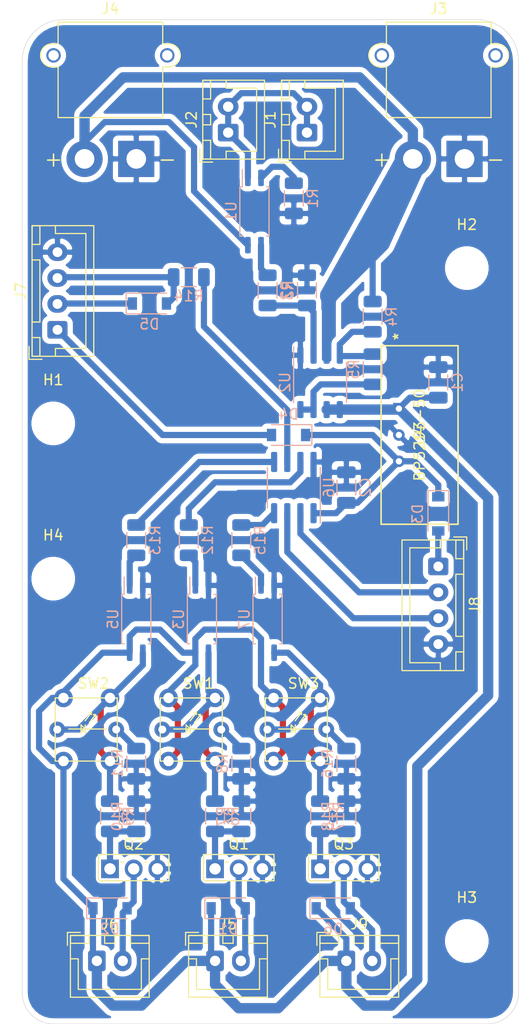
<source format=kicad_pcb>
(kicad_pcb (version 20171130) (host pcbnew "(5.1.10)-1")
  (layers (0 F.Cu signal) (31 B.Cu signal) (34 B.Paste user) (35 F.Paste user) (36 B.SilkS user) (37 F.SilkS user) (38 B.Mask user) (39 F.Mask user) (44 Edge.Cuts user))
  (net 0 "")
  (net 1 GND)
  (net 2 /24Vout)
  (net 3 +5V)
  (net 4 "Net-(D1-Pad2)")
  (net 5 "Net-(D2-Pad2)")
  (net 6 "Net-(D3-Pad2)")
  (net 7 "Net-(D4-Pad2)")
  (net 8 "Net-(D5-Pad2)")
  (net 9 "Net-(D5-Pad1)")
  (net 10 "Net-(D6-Pad2)")
  (net 11 "Net-(J1-Pad1)")
  (net 12 +24V)
  (net 13 /Rx)
  (net 14 /Tx)
  (net 15 "Net-(Q1-Pad1)")
  (net 16 "Net-(Q2-Pad1)")
  (net 17 "Net-(Q3-Pad1)")
  (net 18 "Net-(R1-Pad2)")
  (net 19 "Net-(R2-Pad2)")
  (net 20 "Net-(R2-Pad1)")
  (net 21 "Net-(R4-Pad1)")
  (net 22 /nDrain)
  (net 23 "Net-(R6-Pad2)")
  (net 24 "Net-(R8-Pad1)")
  (net 25 "Net-(R9-Pad2)")
  (net 26 "Net-(R11-Pad1)")
  (net 27 "Net-(R12-Pad2)")
  (net 28 /Solenoid2-PA3)
  (net 29 "Net-(R13-Pad2)")
  (net 30 /Solenoid1-PA2)
  (net 31 "Net-(R14-Pad2)")
  (net 32 "Net-(R15-Pad2)")
  (net 33 /Solenoid0-PA1)
  (net 34 "Net-(R16-Pad1)")
  (net 35 "Net-(R17-Pad2)")
  (module Package_SO:SOIC-4_4.55x2.6mm_P1.27mm (layer B.Cu) (at 125.73 88.9 270)
    (fp_text reference U7 (at 0 2.25 90) (layer B.SilkS) (effects (justify mirror)))
    (fp_text value TLP291)
    (pad 4 smd roundrect (at 3.25 0.635 270) (size 1.6 0.55) (layers B.Cu B.Paste B.Mask) (net 2 /24Vout))
    (pad 3 smd roundrect (at 3.25 -0.635 270) (size 1.6 0.55) (layers B.Cu B.Paste B.Mask) (net 35 "Net-(R17-Pad2)"))
    (pad 2 smd roundrect (at -3.25 -0.635 270) (size 1.6 0.55) (layers B.Cu B.Paste B.Mask) (net 1 GND))
    (pad 1 smd roundrect (at -3.25 0.635 270) (size 1.6 0.55) (layers B.Cu B.Paste B.Mask) (net 33 /Solenoid0-PA1))
  )
  (module Package_SO:SOIC-8_3.9x4.9mm_P1.27mm (layer B.Cu) (at 128.27 76.2 90)
    (fp_text reference U6 (at 0 3.4 90) (layer B.SilkS) (effects (justify mirror)))
    (fp_text value ATtiny202-SS)
    (pad 8 smd roundrect (at 2.475 1.905 90) (size 1.95 0.6) (layers B.Cu B.Paste B.Mask) (net 1 GND))
    (pad 7 smd roundrect (at 2.475 0.635 90) (size 1.95 0.6) (layers B.Cu B.Paste B.Mask) (net 27 "Net-(R12-Pad2)"))
    (pad 6 smd roundrect (at 2.475 -0.635 90) (size 1.95 0.6) (layers B.Cu B.Paste B.Mask) (net 31 "Net-(R14-Pad2)"))
    (pad 5 smd roundrect (at 2.475 -1.905 90) (size 1.95 0.6) (layers B.Cu B.Paste B.Mask) (net 29 "Net-(R13-Pad2)"))
    (pad 4 smd roundrect (at -2.475 -1.905 90) (size 1.95 0.6) (layers B.Cu B.Paste B.Mask) (net 32 "Net-(R15-Pad2)"))
    (pad 3 smd roundrect (at -2.475 -0.635 90) (size 1.95 0.6) (layers B.Cu B.Paste B.Mask) (net 13 /Rx))
    (pad 2 smd roundrect (at -2.475 0.635 90) (size 1.95 0.6) (layers B.Cu B.Paste B.Mask) (net 14 /Tx))
    (pad 1 smd roundrect (at -2.475 1.905 90) (size 1.95 0.6) (layers B.Cu B.Paste B.Mask) (net 3 +5V))
  )
  (module Package_SO:SOIC-4_4.55x2.6mm_P1.27mm (layer B.Cu) (at 113.03 88.9 270)
    (fp_text reference U5 (at 0 2.25 90) (layer B.SilkS) (effects (justify mirror)))
    (fp_text value TLP291)
    (pad 4 smd roundrect (at 3.25 0.635 270) (size 1.6 0.55) (layers B.Cu B.Paste B.Mask) (net 2 /24Vout))
    (pad 3 smd roundrect (at 3.25 -0.635 270) (size 1.6 0.55) (layers B.Cu B.Paste B.Mask) (net 25 "Net-(R9-Pad2)"))
    (pad 2 smd roundrect (at -3.25 -0.635 270) (size 1.6 0.55) (layers B.Cu B.Paste B.Mask) (net 1 GND))
    (pad 1 smd roundrect (at -3.25 0.635 270) (size 1.6 0.55) (layers B.Cu B.Paste B.Mask) (net 30 /Solenoid1-PA2))
  )
  (module BP5293:BP5293-50 (layer F.Cu) (at 138.43 68.58 270)
    (fp_text reference U4 (at 2.54 -2 90) (layer F.SilkS))
    (fp_text value BP5293-50 (at 2.54 -2 90) (layer F.SilkS))
    (fp_text user * (at -6.9723 0 90) (layer F.SilkS))
    (pad 3 thru_hole circle (at 5.08 0 270) (size 1.1176 1.1176) (drill 0.6096) (layers *.Cu *.Mask) (net 3 +5V))
    (pad 2 thru_hole circle (at 2.54 0 270) (size 1.1176 1.1176) (drill 0.6096) (layers *.Cu *.Mask) (net 1 GND))
    (pad 1 thru_hole rect (at 0 0 270) (size 1.1176 1.1176) (drill 0.6096) (layers *.Cu *.Mask) (net 2 /24Vout))
  )
  (module Package_SO:SOIC-4_4.55x2.6mm_P1.27mm (layer B.Cu) (at 119.38 88.9 270)
    (fp_text reference U3 (at 0 2.25 90) (layer B.SilkS) (effects (justify mirror)))
    (fp_text value TLP291)
    (pad 4 smd roundrect (at 3.25 0.635 270) (size 1.6 0.55) (layers B.Cu B.Paste B.Mask) (net 2 /24Vout))
    (pad 3 smd roundrect (at 3.25 -0.635 270) (size 1.6 0.55) (layers B.Cu B.Paste B.Mask) (net 23 "Net-(R6-Pad2)"))
    (pad 2 smd roundrect (at -3.25 -0.635 270) (size 1.6 0.55) (layers B.Cu B.Paste B.Mask) (net 1 GND))
    (pad 1 smd roundrect (at -3.25 0.635 270) (size 1.6 0.55) (layers B.Cu B.Paste B.Mask) (net 28 /Solenoid2-PA3))
  )
  (module Package_SO:SOP-8_3.9x4.9mm_P1.27mm (layer B.Cu) (at 130.81 66.04 270)
    (fp_text reference U2 (at 0 3.4 90) (layer B.SilkS) (effects (justify mirror)))
    (fp_text value TPC8408)
    (pad 8 smd roundrect (at 2.625 1.905 270) (size 1.65 0.6) (layers B.Cu B.Paste B.Mask) (net 22 /nDrain))
    (pad 7 smd roundrect (at 2.625 0.635 270) (size 1.65 0.6) (layers B.Cu B.Paste B.Mask) (net 22 /nDrain))
    (pad 6 smd roundrect (at 2.625 -0.635 270) (size 1.65 0.6) (layers B.Cu B.Paste B.Mask) (net 2 /24Vout))
    (pad 5 smd roundrect (at 2.625 -1.905 270) (size 1.65 0.6) (layers B.Cu B.Paste B.Mask) (net 2 /24Vout))
    (pad 4 smd roundrect (at -2.625 -1.905 270) (size 1.65 0.6) (layers B.Cu B.Paste B.Mask) (net 21 "Net-(R4-Pad1)"))
    (pad 3 smd roundrect (at -2.625 -0.635 270) (size 1.65 0.6) (layers B.Cu B.Paste B.Mask) (net 12 +24V))
    (pad 2 smd roundrect (at -2.625 0.635 270) (size 1.65 0.6) (layers B.Cu B.Paste B.Mask) (net 20 "Net-(R2-Pad1)"))
    (pad 1 smd roundrect (at -2.625 1.905 270) (size 1.65 0.6) (layers B.Cu B.Paste B.Mask) (net 1 GND))
  )
  (module Package_SO:SOIC-4_4.55x2.6mm_P1.27mm (layer B.Cu) (at 124.46 49.53 270)
    (fp_text reference U1 (at 0 2.25 90) (layer B.SilkS) (effects (justify mirror)))
    (fp_text value TLP291)
    (pad 4 smd roundrect (at 3.25 0.635 270) (size 1.6 0.55) (layers B.Cu B.Paste B.Mask) (net 12 +24V))
    (pad 3 smd roundrect (at 3.25 -0.635 270) (size 1.6 0.55) (layers B.Cu B.Paste B.Mask) (net 19 "Net-(R2-Pad2)"))
    (pad 2 smd roundrect (at -3.25 -0.635 270) (size 1.6 0.55) (layers B.Cu B.Paste B.Mask) (net 18 "Net-(R1-Pad2)"))
    (pad 1 smd roundrect (at -3.25 0.635 270) (size 1.6 0.55) (layers B.Cu B.Paste B.Mask) (net 11 "Net-(J1-Pad1)"))
  )
  (module footprints:LS601-CR (layer F.Cu) (at 130.81 96.52)
    (fp_text reference SW3 (at -1.6 -1.4) (layer F.SilkS))
    (fp_text value LS601-CR)
    (pad 6 thru_hole circle (at 0.6 3.05) (size 1.524 1.524) (drill 0.762) (layers *.Cu *.Mask) (net 34 "Net-(R16-Pad1)"))
    (pad 5 thru_hole circle (at -5.1 3.05) (size 1.524 1.524) (drill 0.762) (layers *.Cu *.Mask) (net 35 "Net-(R17-Pad2)"))
    (pad 4 thru_hole circle (at -4.5 6.1) (size 1.8 1.8) (drill 1) (layers *.Cu *.Mask) (net 2 /24Vout))
    (pad 3 thru_hole circle (at -4.5 0) (size 1.8 1.8) (drill 1) (layers *.Cu *.Mask) (net 2 /24Vout))
    (pad 2 thru_hole circle (at 0 6.1) (size 1.8 1.8) (drill 1) (layers *.Cu *.Mask) (net 35 "Net-(R17-Pad2)"))
    (pad 1 thru_hole circle (at 0 0) (size 1.8 1.8) (drill 1) (layers *.Cu *.Mask) (net 35 "Net-(R17-Pad2)"))
  )
  (module footprints:LS601-CR (layer F.Cu) (at 110.49 96.52)
    (fp_text reference SW2 (at -1.6 -1.4) (layer F.SilkS))
    (fp_text value LS601-CR)
    (pad 6 thru_hole circle (at 0.6 3.05) (size 1.524 1.524) (drill 0.762) (layers *.Cu *.Mask) (net 26 "Net-(R11-Pad1)"))
    (pad 5 thru_hole circle (at -5.1 3.05) (size 1.524 1.524) (drill 0.762) (layers *.Cu *.Mask) (net 25 "Net-(R9-Pad2)"))
    (pad 4 thru_hole circle (at -4.5 6.1) (size 1.8 1.8) (drill 1) (layers *.Cu *.Mask) (net 2 /24Vout))
    (pad 3 thru_hole circle (at -4.5 0) (size 1.8 1.8) (drill 1) (layers *.Cu *.Mask) (net 2 /24Vout))
    (pad 2 thru_hole circle (at 0 6.1) (size 1.8 1.8) (drill 1) (layers *.Cu *.Mask) (net 25 "Net-(R9-Pad2)"))
    (pad 1 thru_hole circle (at 0 0) (size 1.8 1.8) (drill 1) (layers *.Cu *.Mask) (net 25 "Net-(R9-Pad2)"))
  )
  (module footprints:LS601-CR (layer F.Cu) (at 120.65 96.52)
    (fp_text reference SW1 (at -1.6 -1.4) (layer F.SilkS))
    (fp_text value LS601-CR)
    (pad 6 thru_hole circle (at 0.6 3.05) (size 1.524 1.524) (drill 0.762) (layers *.Cu *.Mask) (net 24 "Net-(R8-Pad1)"))
    (pad 5 thru_hole circle (at -5.1 3.05) (size 1.524 1.524) (drill 0.762) (layers *.Cu *.Mask) (net 23 "Net-(R6-Pad2)"))
    (pad 4 thru_hole circle (at -4.5 6.1) (size 1.8 1.8) (drill 1) (layers *.Cu *.Mask) (net 2 /24Vout))
    (pad 3 thru_hole circle (at -4.5 0) (size 1.8 1.8) (drill 1) (layers *.Cu *.Mask) (net 2 /24Vout))
    (pad 2 thru_hole circle (at 0 6.1) (size 1.8 1.8) (drill 1) (layers *.Cu *.Mask) (net 23 "Net-(R6-Pad2)"))
    (pad 1 thru_hole circle (at 0 0) (size 1.8 1.8) (drill 1) (layers *.Cu *.Mask) (net 23 "Net-(R6-Pad2)"))
  )
  (module Resistor_SMD:R_1206_3216Metric (layer B.Cu) (at 133.35 107.95 270)
    (fp_text reference R18 (at 0 1.82 90) (layer B.SilkS) (effects (justify mirror)))
    (fp_text value 1k)
    (pad 2 smd roundrect (at 1.4625 0 270) (size 1.125 1.75) (layers B.Cu B.Paste B.Mask) (roundrect_rratio 0.2222213333333333) (net 17 "Net-(Q3-Pad1)"))
    (pad 1 smd roundrect (at -1.4625 0 270) (size 1.125 1.75) (layers B.Cu B.Paste B.Mask) (roundrect_rratio 0.2222213333333333) (net 1 GND))
  )
  (module Resistor_SMD:R_1206_3216Metric (layer B.Cu) (at 130.81 107.95 90)
    (fp_text reference R17 (at 0 1.82 90) (layer B.SilkS) (effects (justify mirror)))
    (fp_text value 1k)
    (pad 2 smd roundrect (at 1.4625 0 90) (size 1.125 1.75) (layers B.Cu B.Paste B.Mask) (roundrect_rratio 0.2222213333333333) (net 35 "Net-(R17-Pad2)"))
    (pad 1 smd roundrect (at -1.4625 0 90) (size 1.125 1.75) (layers B.Cu B.Paste B.Mask) (roundrect_rratio 0.2222213333333333) (net 17 "Net-(Q3-Pad1)"))
  )
  (module Resistor_SMD:R_1206_3216Metric (layer B.Cu) (at 133.35 102.87 270)
    (fp_text reference R16 (at 0 1.82 90) (layer B.SilkS) (effects (justify mirror)))
    (fp_text value 1k)
    (pad 2 smd roundrect (at 1.4625 0 270) (size 1.125 1.75) (layers B.Cu B.Paste B.Mask) (roundrect_rratio 0.2222213333333333) (net 1 GND))
    (pad 1 smd roundrect (at -1.4625 0 270) (size 1.125 1.75) (layers B.Cu B.Paste B.Mask) (roundrect_rratio 0.2222213333333333) (net 34 "Net-(R16-Pad1)"))
  )
  (module Resistor_SMD:R_1206_3216Metric (layer B.Cu) (at 123.19 81.28 90)
    (fp_text reference R15 (at 0 1.82 90) (layer B.SilkS) (effects (justify mirror)))
    (fp_text value 1k)
    (pad 2 smd roundrect (at 1.4625 0 90) (size 1.125 1.75) (layers B.Cu B.Paste B.Mask) (roundrect_rratio 0.2222213333333333) (net 32 "Net-(R15-Pad2)"))
    (pad 1 smd roundrect (at -1.4625 0 90) (size 1.125 1.75) (layers B.Cu B.Paste B.Mask) (roundrect_rratio 0.2222213333333333) (net 33 /Solenoid0-PA1))
  )
  (module Resistor_SMD:R_1206_3216Metric (layer B.Cu) (at 118.11 55.88)
    (fp_text reference R14 (at 0 1.82) (layer B.SilkS) (effects (justify mirror)))
    (fp_text value 470)
    (pad 2 smd roundrect (at 1.4625 0) (size 1.125 1.75) (layers B.Cu B.Paste B.Mask) (roundrect_rratio 0.2222213333333333) (net 31 "Net-(R14-Pad2)"))
    (pad 1 smd roundrect (at -1.4625 0) (size 1.125 1.75) (layers B.Cu B.Paste B.Mask) (roundrect_rratio 0.2222213333333333) (net 8 "Net-(D5-Pad2)"))
  )
  (module Resistor_SMD:R_1206_3216Metric (layer B.Cu) (at 113.03 81.28 90)
    (fp_text reference R13 (at 0 1.82 90) (layer B.SilkS) (effects (justify mirror)))
    (fp_text value 1k)
    (pad 2 smd roundrect (at 1.4625 0 90) (size 1.125 1.75) (layers B.Cu B.Paste B.Mask) (roundrect_rratio 0.2222213333333333) (net 29 "Net-(R13-Pad2)"))
    (pad 1 smd roundrect (at -1.4625 0 90) (size 1.125 1.75) (layers B.Cu B.Paste B.Mask) (roundrect_rratio 0.2222213333333333) (net 30 /Solenoid1-PA2))
  )
  (module Resistor_SMD:R_1206_3216Metric (layer B.Cu) (at 118.11 81.28 90)
    (fp_text reference R12 (at 0 1.82 90) (layer B.SilkS) (effects (justify mirror)))
    (fp_text value 1k)
    (pad 2 smd roundrect (at 1.4625 0 90) (size 1.125 1.75) (layers B.Cu B.Paste B.Mask) (roundrect_rratio 0.2222213333333333) (net 27 "Net-(R12-Pad2)"))
    (pad 1 smd roundrect (at -1.4625 0 90) (size 1.125 1.75) (layers B.Cu B.Paste B.Mask) (roundrect_rratio 0.2222213333333333) (net 28 /Solenoid2-PA3))
  )
  (module Resistor_SMD:R_1206_3216Metric (layer B.Cu) (at 113.03 102.87 270)
    (fp_text reference R11 (at 0 1.82 90) (layer B.SilkS) (effects (justify mirror)))
    (fp_text value 1k)
    (pad 2 smd roundrect (at 1.4625 0 270) (size 1.125 1.75) (layers B.Cu B.Paste B.Mask) (roundrect_rratio 0.2222213333333333) (net 1 GND))
    (pad 1 smd roundrect (at -1.4625 0 270) (size 1.125 1.75) (layers B.Cu B.Paste B.Mask) (roundrect_rratio 0.2222213333333333) (net 26 "Net-(R11-Pad1)"))
  )
  (module Resistor_SMD:R_1206_3216Metric (layer B.Cu) (at 113.03 107.95 270)
    (fp_text reference R10 (at 0 1.82 90) (layer B.SilkS) (effects (justify mirror)))
    (fp_text value 1k)
    (pad 2 smd roundrect (at 1.4625 0 270) (size 1.125 1.75) (layers B.Cu B.Paste B.Mask) (roundrect_rratio 0.2222213333333333) (net 16 "Net-(Q2-Pad1)"))
    (pad 1 smd roundrect (at -1.4625 0 270) (size 1.125 1.75) (layers B.Cu B.Paste B.Mask) (roundrect_rratio 0.2222213333333333) (net 1 GND))
  )
  (module Resistor_SMD:R_1206_3216Metric (layer B.Cu) (at 110.49 107.95 90)
    (fp_text reference R9 (at 0 1.82 90) (layer B.SilkS) (effects (justify mirror)))
    (fp_text value 1k)
    (pad 2 smd roundrect (at 1.4625 0 90) (size 1.125 1.75) (layers B.Cu B.Paste B.Mask) (roundrect_rratio 0.2222213333333333) (net 25 "Net-(R9-Pad2)"))
    (pad 1 smd roundrect (at -1.4625 0 90) (size 1.125 1.75) (layers B.Cu B.Paste B.Mask) (roundrect_rratio 0.2222213333333333) (net 16 "Net-(Q2-Pad1)"))
  )
  (module Resistor_SMD:R_1206_3216Metric (layer B.Cu) (at 123.19 102.87 270)
    (fp_text reference R8 (at 0 1.82 90) (layer B.SilkS) (effects (justify mirror)))
    (fp_text value 1k)
    (pad 2 smd roundrect (at 1.4625 0 270) (size 1.125 1.75) (layers B.Cu B.Paste B.Mask) (roundrect_rratio 0.2222213333333333) (net 1 GND))
    (pad 1 smd roundrect (at -1.4625 0 270) (size 1.125 1.75) (layers B.Cu B.Paste B.Mask) (roundrect_rratio 0.2222213333333333) (net 24 "Net-(R8-Pad1)"))
  )
  (module Resistor_SMD:R_1206_3216Metric (layer B.Cu) (at 123.19 107.95 270)
    (fp_text reference R7 (at 0 1.82 90) (layer B.SilkS) (effects (justify mirror)))
    (fp_text value 1k)
    (pad 2 smd roundrect (at 1.4625 0 270) (size 1.125 1.75) (layers B.Cu B.Paste B.Mask) (roundrect_rratio 0.2222213333333333) (net 15 "Net-(Q1-Pad1)"))
    (pad 1 smd roundrect (at -1.4625 0 270) (size 1.125 1.75) (layers B.Cu B.Paste B.Mask) (roundrect_rratio 0.2222213333333333) (net 1 GND))
  )
  (module Resistor_SMD:R_1206_3216Metric (layer B.Cu) (at 120.65 107.95 90)
    (fp_text reference R6 (at 0 1.82 90) (layer B.SilkS) (effects (justify mirror)))
    (fp_text value 1k)
    (pad 2 smd roundrect (at 1.4625 0 90) (size 1.125 1.75) (layers B.Cu B.Paste B.Mask) (roundrect_rratio 0.2222213333333333) (net 23 "Net-(R6-Pad2)"))
    (pad 1 smd roundrect (at -1.4625 0 90) (size 1.125 1.75) (layers B.Cu B.Paste B.Mask) (roundrect_rratio 0.2222213333333333) (net 15 "Net-(Q1-Pad1)"))
  )
  (module Resistor_SMD:R_1206_3216Metric (layer B.Cu) (at 135.89 64.77 270)
    (fp_text reference R5 (at 0 1.82 90) (layer B.SilkS) (effects (justify mirror)))
    (fp_text value 1k)
    (pad 2 smd roundrect (at 1.4625 0 270) (size 1.125 1.75) (layers B.Cu B.Paste B.Mask) (roundrect_rratio 0.2222213333333333) (net 22 /nDrain))
    (pad 1 smd roundrect (at -1.4625 0 270) (size 1.125 1.75) (layers B.Cu B.Paste B.Mask) (roundrect_rratio 0.2222213333333333) (net 21 "Net-(R4-Pad1)"))
  )
  (module Resistor_SMD:R_1206_3216Metric (layer B.Cu) (at 135.89 59.69 90)
    (fp_text reference R4 (at 0 1.82 90) (layer B.SilkS) (effects (justify mirror)))
    (fp_text value 1k)
    (pad 2 smd roundrect (at 1.4625 0 90) (size 1.125 1.75) (layers B.Cu B.Paste B.Mask) (roundrect_rratio 0.2222213333333333) (net 12 +24V))
    (pad 1 smd roundrect (at -1.4625 0 90) (size 1.125 1.75) (layers B.Cu B.Paste B.Mask) (roundrect_rratio 0.2222213333333333) (net 21 "Net-(R4-Pad1)"))
  )
  (module Resistor_SMD:R_1206_3216Metric (layer B.Cu) (at 129.54 57.15 270)
    (fp_text reference R3 (at 0 1.82 90) (layer B.SilkS) (effects (justify mirror)))
    (fp_text value 1k)
    (pad 2 smd roundrect (at 1.4625 0 270) (size 1.125 1.75) (layers B.Cu B.Paste B.Mask) (roundrect_rratio 0.2222213333333333) (net 20 "Net-(R2-Pad1)"))
    (pad 1 smd roundrect (at -1.4625 0 270) (size 1.125 1.75) (layers B.Cu B.Paste B.Mask) (roundrect_rratio 0.2222213333333333) (net 1 GND))
  )
  (module Resistor_SMD:R_1206_3216Metric (layer B.Cu) (at 125.73 57.15 90)
    (fp_text reference R2 (at 0 1.82 90) (layer B.SilkS) (effects (justify mirror)))
    (fp_text value 1k)
    (pad 2 smd roundrect (at 1.4625 0 90) (size 1.125 1.75) (layers B.Cu B.Paste B.Mask) (roundrect_rratio 0.2222213333333333) (net 19 "Net-(R2-Pad2)"))
    (pad 1 smd roundrect (at -1.4625 0 90) (size 1.125 1.75) (layers B.Cu B.Paste B.Mask) (roundrect_rratio 0.2222213333333333) (net 20 "Net-(R2-Pad1)"))
  )
  (module Resistor_SMD:R_1206_3216Metric (layer B.Cu) (at 128.27 48.26 90)
    (fp_text reference R1 (at 0 1.82 90) (layer B.SilkS) (effects (justify mirror)))
    (fp_text value 1k)
    (pad 2 smd roundrect (at 1.4625 0 90) (size 1.125 1.75) (layers B.Cu B.Paste B.Mask) (roundrect_rratio 0.2222213333333333) (net 18 "Net-(R1-Pad2)"))
    (pad 1 smd roundrect (at -1.4625 0 90) (size 1.125 1.75) (layers B.Cu B.Paste B.Mask) (roundrect_rratio 0.2222213333333333) (net 1 GND))
  )
  (module Package_TO_SOT_THT:TO-251-3_Vertical (layer F.Cu) (at 130.81 113.03)
    (fp_text reference Q3 (at 2.29 -2.39) (layer F.SilkS))
    (fp_text value Q_NMOS_GDS)
    (pad 3 thru_hole oval (at 4.58 0) (size 1.7175 1.8) (drill 1.1) (layers *.Cu *.Mask) (net 1 GND))
    (pad 2 thru_hole oval (at 2.29 0) (size 1.7175 1.8) (drill 1.1) (layers *.Cu *.Mask) (net 10 "Net-(D6-Pad2)"))
    (pad 1 thru_hole rect (at 0 0) (size 1.7175 1.8) (drill 1.1) (layers *.Cu *.Mask) (net 17 "Net-(Q3-Pad1)"))
  )
  (module Package_TO_SOT_THT:TO-251-3_Vertical (layer F.Cu) (at 110.49 113.03)
    (fp_text reference Q2 (at 2.29 -2.39) (layer F.SilkS))
    (fp_text value Q_NMOS_GDS)
    (pad 3 thru_hole oval (at 4.58 0) (size 1.7175 1.8) (drill 1.1) (layers *.Cu *.Mask) (net 1 GND))
    (pad 2 thru_hole oval (at 2.29 0) (size 1.7175 1.8) (drill 1.1) (layers *.Cu *.Mask) (net 5 "Net-(D2-Pad2)"))
    (pad 1 thru_hole rect (at 0 0) (size 1.7175 1.8) (drill 1.1) (layers *.Cu *.Mask) (net 16 "Net-(Q2-Pad1)"))
  )
  (module Package_TO_SOT_THT:TO-251-3_Vertical (layer F.Cu) (at 120.65 113.03)
    (fp_text reference Q1 (at 2.29 -2.39) (layer F.SilkS))
    (fp_text value Q_NMOS_GDS)
    (pad 3 thru_hole oval (at 4.58 0) (size 1.7175 1.8) (drill 1.1) (layers *.Cu *.Mask) (net 1 GND))
    (pad 2 thru_hole oval (at 2.29 0) (size 1.7175 1.8) (drill 1.1) (layers *.Cu *.Mask) (net 4 "Net-(D1-Pad2)"))
    (pad 1 thru_hole rect (at 0 0) (size 1.7175 1.8) (drill 1.1) (layers *.Cu *.Mask) (net 15 "Net-(Q1-Pad1)"))
  )
  (module Connector_JST:JST_XH_B2B-XH-A_1x02_P2.50mm_Vertical (layer F.Cu) (at 133.35 121.92)
    (fp_text reference J9 (at 1.25 -3.55) (layer F.SilkS))
    (fp_text value Solenoid)
    (pad 2 thru_hole oval (at 2.5 0) (size 1.7 2) (drill 1) (layers *.Cu *.Mask) (net 10 "Net-(D6-Pad2)"))
    (pad 1 thru_hole roundrect (at 0 0) (size 1.7 2) (drill 1) (layers *.Cu *.Mask) (roundrect_rratio 0.1470588235294118) (net 2 /24Vout))
  )
  (module Connector_JST:JST_XH_B4B-XH-A_1x04_P2.50mm_Vertical (layer F.Cu) (at 142.24 83.82 270)
    (fp_text reference J8 (at 3.75 -3.55 90) (layer F.SilkS))
    (fp_text value USART)
    (pad 4 thru_hole oval (at 7.5 0 270) (size 1.7 1.95) (drill 0.95) (layers *.Cu *.Mask) (net 1 GND))
    (pad 3 thru_hole oval (at 5 0 270) (size 1.7 1.95) (drill 0.95) (layers *.Cu *.Mask) (net 13 /Rx))
    (pad 2 thru_hole oval (at 2.5 0 270) (size 1.7 1.95) (drill 0.95) (layers *.Cu *.Mask) (net 14 /Tx))
    (pad 1 thru_hole roundrect (at 0 0 270) (size 1.7 1.95) (drill 0.95) (layers *.Cu *.Mask) (roundrect_rratio 0.1470588235294118) (net 6 "Net-(D3-Pad2)"))
  )
  (module Connector_JST:JST_XH_B4B-XH-A_1x04_P2.50mm_Vertical (layer F.Cu) (at 105.41 60.96 90)
    (fp_text reference J7 (at 3.75 -3.55 90) (layer F.SilkS))
    (fp_text value UPDI)
    (pad 4 thru_hole oval (at 7.5 0 90) (size 1.7 1.95) (drill 0.95) (layers *.Cu *.Mask) (net 1 GND))
    (pad 3 thru_hole oval (at 5 0 90) (size 1.7 1.95) (drill 0.95) (layers *.Cu *.Mask) (net 8 "Net-(D5-Pad2)"))
    (pad 2 thru_hole oval (at 2.5 0 90) (size 1.7 1.95) (drill 0.95) (layers *.Cu *.Mask) (net 9 "Net-(D5-Pad1)"))
    (pad 1 thru_hole roundrect (at 0 0 90) (size 1.7 1.95) (drill 0.95) (layers *.Cu *.Mask) (roundrect_rratio 0.1470588235294118) (net 7 "Net-(D4-Pad2)"))
  )
  (module Connector_JST:JST_XH_B2B-XH-A_1x02_P2.50mm_Vertical (layer F.Cu) (at 109.22 121.92)
    (fp_text reference J6 (at 1.25 -3.55) (layer F.SilkS))
    (fp_text value Solenoid)
    (pad 2 thru_hole oval (at 2.5 0) (size 1.7 2) (drill 1) (layers *.Cu *.Mask) (net 5 "Net-(D2-Pad2)"))
    (pad 1 thru_hole roundrect (at 0 0) (size 1.7 2) (drill 1) (layers *.Cu *.Mask) (roundrect_rratio 0.1470588235294118) (net 2 /24Vout))
  )
  (module Connector_JST:JST_XH_B2B-XH-A_1x02_P2.50mm_Vertical (layer F.Cu) (at 120.65 121.92)
    (fp_text reference J5 (at 1.25 -3.55) (layer F.SilkS))
    (fp_text value Solenoid)
    (pad 2 thru_hole oval (at 2.5 0) (size 1.7 2) (drill 1) (layers *.Cu *.Mask) (net 4 "Net-(D1-Pad2)"))
    (pad 1 thru_hole roundrect (at 0 0) (size 1.7 2) (drill 1) (layers *.Cu *.Mask) (roundrect_rratio 0.1470588235294118) (net 2 /24Vout))
  )
  (module Connector_AMASS:AMASS_XT30PW-M_1x02_P2.50mm_Horizontal (layer F.Cu) (at 113.03 44.45)
    (fp_text reference J4 (at -2.5 -14.5) (layer F.SilkS))
    (fp_text value XT30PW-M)
    (fp_text user + (at -8 0) (layer F.SilkS) (effects (font (size 1.5 1.5))))
    (fp_text user - (at 3 0) (layer F.SilkS) (effects (font (size 1.5 1.5))))
    (pad 2 thru_hole circle (at -5 0) (size 3.5 3.5) (drill 1.9) (layers *.Cu *.Mask) (net 12 +24V))
    (pad 1 thru_hole rect (at 0 0) (size 3.5 3.5) (drill 1.9) (layers *.Cu *.Mask) (net 1 GND))
    (pad "" thru_hole circle (at -8 -10) (size 1.4 1.4) (drill 1) (layers *.Cu *.Mask))
    (pad "" thru_hole circle (at 3 -10) (size 1.4 1.4) (drill 1) (layers *.Cu *.Mask))
  )
  (module Connector_AMASS:AMASS_XT30PW-M_1x02_P2.50mm_Horizontal (layer F.Cu) (at 144.78 44.45)
    (fp_text reference J3 (at -2.5 -14.5) (layer F.SilkS))
    (fp_text value XT30PW-M)
    (fp_text user + (at -8 0) (layer F.SilkS) (effects (font (size 1.5 1.5))))
    (fp_text user - (at 3 0) (layer F.SilkS) (effects (font (size 1.5 1.5))))
    (pad 2 thru_hole circle (at -5 0) (size 3.5 3.5) (drill 1.9) (layers *.Cu *.Mask) (net 12 +24V))
    (pad 1 thru_hole rect (at 0 0) (size 3.5 3.5) (drill 1.9) (layers *.Cu *.Mask) (net 1 GND))
    (pad "" thru_hole circle (at -8 -10) (size 1.4 1.4) (drill 1) (layers *.Cu *.Mask))
    (pad "" thru_hole circle (at 3 -10) (size 1.4 1.4) (drill 1) (layers *.Cu *.Mask))
  )
  (module Connector_JST:JST_XH_B2B-XH-A_1x02_P2.50mm_Vertical (layer F.Cu) (at 121.92 41.91 90)
    (fp_text reference J2 (at 1.25 -3.55 90) (layer F.SilkS))
    (fp_text value XH)
    (pad 2 thru_hole oval (at 2.5 0 90) (size 1.7 2) (drill 1) (layers *.Cu *.Mask) (net 11 "Net-(J1-Pad1)"))
    (pad 1 thru_hole roundrect (at 0 0 90) (size 1.7 2) (drill 1) (layers *.Cu *.Mask) (roundrect_rratio 0.1470588235294118) (net 11 "Net-(J1-Pad1)"))
  )
  (module Connector_JST:JST_XH_B2B-XH-A_1x02_P2.50mm_Vertical (layer F.Cu) (at 129.54 41.91 90)
    (fp_text reference J1 (at 1.25 -3.55 90) (layer F.SilkS))
    (fp_text value XH)
    (pad 2 thru_hole oval (at 2.5 0 90) (size 1.7 2) (drill 1) (layers *.Cu *.Mask) (net 11 "Net-(J1-Pad1)"))
    (pad 1 thru_hole roundrect (at 0 0 90) (size 1.7 2) (drill 1) (layers *.Cu *.Mask) (roundrect_rratio 0.1470588235294118) (net 11 "Net-(J1-Pad1)"))
  )
  (module MountingHole:MountingHole_3.2mm_M3 (layer F.Cu) (at 105 85)
    (fp_text reference H4 (at 0 -4.2) (layer F.SilkS))
    (fp_text value MountingHole)
    (pad 1 np_thru_hole circle (at 0 0) (size 3.2 3.2) (drill 3.2) (layers *.Cu *.Mask))
  )
  (module MountingHole:MountingHole_3.2mm_M3 (layer F.Cu) (at 145 120)
    (fp_text reference H3 (at 0 -4.2) (layer F.SilkS))
    (fp_text value MountingHole)
    (pad 1 np_thru_hole circle (at 0 0) (size 3.2 3.2) (drill 3.2) (layers *.Cu *.Mask))
  )
  (module MountingHole:MountingHole_3.2mm_M3 (layer F.Cu) (at 145 55)
    (fp_text reference H2 (at 0 -4.2) (layer F.SilkS))
    (fp_text value MountingHole)
    (pad 1 np_thru_hole circle (at 0 0) (size 3.2 3.2) (drill 3.2) (layers *.Cu *.Mask))
  )
  (module MountingHole:MountingHole_3.2mm_M3 (layer F.Cu) (at 105 70)
    (fp_text reference H1 (at 0 -4.2) (layer F.SilkS))
    (fp_text value MountingHole)
    (pad 1 np_thru_hole circle (at 0 0) (size 3.2 3.2) (drill 3.2) (layers *.Cu *.Mask))
  )
  (module Diode_SMD:D_SOD-123 (layer B.Cu) (at 132.08 116.84)
    (fp_text reference D6 (at 0 2) (layer B.SilkS) (effects (justify mirror)))
    (fp_text value 1N4148W)
    (pad 2 smd rect (at 1.65 0) (size 0.9 1.2) (layers B.Cu B.Paste B.Mask) (net 10 "Net-(D6-Pad2)"))
    (pad 1 smd rect (at -1.65 0) (size 0.9 1.2) (layers B.Cu B.Paste B.Mask) (net 2 /24Vout))
  )
  (module Diode_SMD:D_SOD-123 (layer B.Cu) (at 114.3 58.42)
    (fp_text reference D5 (at 0 2) (layer B.SilkS) (effects (justify mirror)))
    (fp_text value 1N4148W)
    (pad 2 smd rect (at 1.65 0) (size 0.9 1.2) (layers B.Cu B.Paste B.Mask) (net 8 "Net-(D5-Pad2)"))
    (pad 1 smd rect (at -1.65 0) (size 0.9 1.2) (layers B.Cu B.Paste B.Mask) (net 9 "Net-(D5-Pad1)"))
  )
  (module Diode_SMD:D_SOD-123 (layer B.Cu) (at 127.762 71.12 180)
    (fp_text reference D4 (at 0 2) (layer B.SilkS) (effects (justify mirror)))
    (fp_text value 1N4148W)
    (pad 2 smd rect (at 1.65 0 180) (size 0.9 1.2) (layers B.Cu B.Paste B.Mask) (net 7 "Net-(D4-Pad2)"))
    (pad 1 smd rect (at -1.65 0 180) (size 0.9 1.2) (layers B.Cu B.Paste B.Mask) (net 3 +5V))
  )
  (module Diode_SMD:D_SOD-123 (layer B.Cu) (at 142.24 78.74 270)
    (fp_text reference D3 (at 0 2 90) (layer B.SilkS) (effects (justify mirror)))
    (fp_text value 1N4148W)
    (pad 2 smd rect (at 1.65 0 270) (size 0.9 1.2) (layers B.Cu B.Paste B.Mask) (net 6 "Net-(D3-Pad2)"))
    (pad 1 smd rect (at -1.65 0 270) (size 0.9 1.2) (layers B.Cu B.Paste B.Mask) (net 3 +5V))
  )
  (module Diode_SMD:D_SOD-123 (layer B.Cu) (at 110.49 116.84)
    (fp_text reference D2 (at 0 2) (layer B.SilkS) (effects (justify mirror)))
    (fp_text value 1N4148W)
    (pad 2 smd rect (at 1.65 0) (size 0.9 1.2) (layers B.Cu B.Paste B.Mask) (net 5 "Net-(D2-Pad2)"))
    (pad 1 smd rect (at -1.65 0) (size 0.9 1.2) (layers B.Cu B.Paste B.Mask) (net 2 /24Vout))
  )
  (module Diode_SMD:D_SOD-123 (layer B.Cu) (at 121.92 116.84)
    (fp_text reference D1 (at 0 2) (layer B.SilkS) (effects (justify mirror)))
    (fp_text value 1N4148W)
    (pad 2 smd rect (at 1.65 0) (size 0.9 1.2) (layers B.Cu B.Paste B.Mask) (net 4 "Net-(D1-Pad2)"))
    (pad 1 smd rect (at -1.65 0) (size 0.9 1.2) (layers B.Cu B.Paste B.Mask) (net 2 /24Vout))
  )
  (module Capacitor_SMD:C_1206_3216Metric (layer B.Cu) (at 133.35 76.2 90)
    (fp_text reference C2 (at 0 1.85 90) (layer B.SilkS) (effects (justify mirror)))
    (fp_text value 1u)
    (pad 2 smd roundrect (at 1.475 0 90) (size 1.15 1.8) (layers B.Cu B.Paste B.Mask) (roundrect_rratio 0.2173904347826087) (net 1 GND))
    (pad 1 smd roundrect (at -1.475 0 90) (size 1.15 1.8) (layers B.Cu B.Paste B.Mask) (roundrect_rratio 0.2173904347826087) (net 3 +5V))
  )
  (module Capacitor_SMD:C_1206_3216Metric (layer B.Cu) (at 142.24 66.04 90)
    (fp_text reference C1 (at 0 1.85 90) (layer B.SilkS) (effects (justify mirror)))
    (fp_text value 10u)
    (pad 2 smd roundrect (at 1.475 0 90) (size 1.15 1.8) (layers B.Cu B.Paste B.Mask) (roundrect_rratio 0.2173904347826087) (net 1 GND))
    (pad 1 smd roundrect (at -1.475 0 90) (size 1.15 1.8) (layers B.Cu B.Paste B.Mask) (roundrect_rratio 0.2173904347826087) (net 2 /24Vout))
  )
  (gr_arc (start 147 125) (end 147 128) (angle -90) (layer Edge.Cuts) (width 0.05))
  (gr_arc (start 105 125) (end 102 125) (angle -90) (layer Edge.Cuts) (width 0.05))
  (gr_arc (start 106 35) (end 106 31) (angle -90) (layer Edge.Cuts) (width 0.05))
  (gr_arc (start 146 35) (end 150 35) (angle -90) (layer Edge.Cuts) (width 0.05))
  (gr_line (start 146 31) (end 106 31) (layer Edge.Cuts) (width 0.05))
  (gr_line (start 150 125) (end 150 35) (layer Edge.Cuts) (width 0.05))
  (gr_line (start 105 128) (end 147 128) (layer Edge.Cuts) (width 0.05))
  (gr_line (start 102 35) (end 102 125) (layer Edge.Cuts) (width 0.05))
  (segment (start 120.015 79.629) (end 120.015 85.65) (width 0.6) (layer B.Cu) (net 1))
  (segment (start 122.936 76.708) (end 120.015 79.629) (width 0.6) (layer B.Cu) (net 1))
  (segment (start 129.54 76.708) (end 122.936 76.708) (width 0.6) (layer B.Cu) (net 1))
  (segment (start 130.175 76.073) (end 129.54 76.708) (width 0.6) (layer B.Cu) (net 1))
  (segment (start 130.175 73.725) (end 130.175 76.073) (width 0.6) (layer B.Cu) (net 1))
  (segment (start 139.495 67.515) (end 138.43 68.58) (width 0.6) (layer B.Cu) (net 2))
  (segment (start 142.24 67.515) (end 139.495 67.515) (width 0.6) (layer B.Cu) (net 2))
  (segment (start 131.445 68.665) (end 132.715 68.665) (width 1) (layer B.Cu) (net 2))
  (segment (start 138.345 68.665) (end 138.43 68.58) (width 1) (layer B.Cu) (net 2))
  (segment (start 132.715 68.665) (end 138.345 68.665) (width 1) (layer B.Cu) (net 2))
  (segment (start 125.095 95.305) (end 125.095 92.15) (width 0.6) (layer B.Cu) (net 2))
  (segment (start 126.31 96.52) (end 125.095 95.305) (width 0.6) (layer B.Cu) (net 2))
  (segment (start 133.35 119.76) (end 130.43 116.84) (width 0.6) (layer B.Cu) (net 2))
  (segment (start 133.35 121.92) (end 133.35 119.76) (width 0.6) (layer B.Cu) (net 2))
  (segment (start 120.27 121.54) (end 120.65 121.92) (width 0.6) (layer B.Cu) (net 2))
  (segment (start 120.27 116.84) (end 120.27 121.54) (width 0.6) (layer B.Cu) (net 2))
  (segment (start 108.84 121.54) (end 109.22 121.92) (width 0.6) (layer B.Cu) (net 2))
  (segment (start 108.84 116.84) (end 108.84 121.54) (width 0.6) (layer B.Cu) (net 2))
  (segment (start 105.99 113.99) (end 108.84 116.84) (width 0.6) (layer B.Cu) (net 2))
  (segment (start 105.99 102.62) (end 105.99 113.99) (width 0.6) (layer B.Cu) (net 2))
  (segment (start 104.906 102.62) (end 105.99 102.62) (width 0.6) (layer B.Cu) (net 2))
  (segment (start 103.632 101.346) (end 104.906 102.62) (width 0.6) (layer B.Cu) (net 2))
  (segment (start 103.632 97.79) (end 103.632 101.346) (width 0.6) (layer B.Cu) (net 2))
  (segment (start 104.902 96.52) (end 103.632 97.79) (width 0.6) (layer B.Cu) (net 2))
  (segment (start 105.99 96.52) (end 104.902 96.52) (width 0.6) (layer B.Cu) (net 2))
  (segment (start 105.99 95.94) (end 105.99 96.52) (width 0.6) (layer B.Cu) (net 2))
  (segment (start 109.78 92.15) (end 105.99 95.94) (width 0.6) (layer B.Cu) (net 2))
  (segment (start 112.395 92.15) (end 109.78 92.15) (width 0.6) (layer B.Cu) (net 2))
  (segment (start 124.206 89.916) (end 125.095 90.805) (width 0.6) (layer B.Cu) (net 2))
  (segment (start 119.634 89.916) (end 124.206 89.916) (width 0.6) (layer B.Cu) (net 2))
  (segment (start 118.745 90.805) (end 119.634 89.916) (width 0.6) (layer B.Cu) (net 2))
  (segment (start 125.095 90.805) (end 125.095 92.15) (width 0.6) (layer B.Cu) (net 2))
  (segment (start 118.745 92.15) (end 118.745 90.805) (width 0.6) (layer B.Cu) (net 2))
  (segment (start 118.745 93.345) (end 118.745 92.15) (width 0.6) (layer B.Cu) (net 2))
  (segment (start 116.15 95.94) (end 118.745 93.345) (width 0.6) (layer B.Cu) (net 2))
  (segment (start 116.15 96.52) (end 116.15 95.94) (width 0.6) (layer B.Cu) (net 2))
  (segment (start 115.316 89.916) (end 117.55 92.15) (width 0.6) (layer B.Cu) (net 2))
  (segment (start 113.03 89.916) (end 115.316 89.916) (width 0.6) (layer B.Cu) (net 2))
  (segment (start 117.55 92.15) (end 118.745 92.15) (width 0.6) (layer B.Cu) (net 2))
  (segment (start 112.395 90.551) (end 113.03 89.916) (width 0.6) (layer B.Cu) (net 2))
  (segment (start 112.395 92.15) (end 112.395 90.551) (width 0.6) (layer B.Cu) (net 2))
  (segment (start 127.209999 101.720001) (end 126.31 102.62) (width 0.6) (layer F.Cu) (net 2))
  (segment (start 127.209999 97.419999) (end 127.209999 101.720001) (width 0.6) (layer F.Cu) (net 2))
  (segment (start 126.31 96.52) (end 127.209999 97.419999) (width 0.6) (layer F.Cu) (net 2))
  (segment (start 117.049999 101.720001) (end 116.15 102.62) (width 0.6) (layer F.Cu) (net 2))
  (segment (start 117.049999 97.419999) (end 117.049999 101.720001) (width 0.6) (layer F.Cu) (net 2))
  (segment (start 116.15 96.52) (end 117.049999 97.419999) (width 0.6) (layer F.Cu) (net 2))
  (segment (start 109.22 124.714) (end 109.22 121.92) (width 1) (layer B.Cu) (net 2))
  (segment (start 110.744 126.238) (end 109.22 124.714) (width 1) (layer B.Cu) (net 2))
  (segment (start 113.538 126.238) (end 110.744 126.238) (width 1) (layer B.Cu) (net 2))
  (segment (start 117.856 121.92) (end 113.538 126.238) (width 1) (layer B.Cu) (net 2))
  (segment (start 120.65 121.92) (end 117.856 121.92) (width 1) (layer B.Cu) (net 2))
  (segment (start 120.65 124.206) (end 120.65 121.92) (width 1) (layer B.Cu) (net 2))
  (segment (start 126.746 126.492) (end 122.936 126.492) (width 1) (layer B.Cu) (net 2))
  (segment (start 122.936 126.492) (end 120.65 124.206) (width 1) (layer B.Cu) (net 2))
  (segment (start 131.318 121.92) (end 126.746 126.492) (width 1) (layer B.Cu) (net 2))
  (segment (start 133.35 121.92) (end 131.318 121.92) (width 1) (layer B.Cu) (net 2))
  (segment (start 133.35 124.46) (end 133.35 121.92) (width 1) (layer B.Cu) (net 2))
  (segment (start 135.128 126.238) (end 133.35 124.46) (width 1) (layer B.Cu) (net 2))
  (segment (start 137.668 126.238) (end 135.128 126.238) (width 1) (layer B.Cu) (net 2))
  (segment (start 140.208 123.698) (end 137.668 126.238) (width 1) (layer B.Cu) (net 2))
  (segment (start 140.208 103.124) (end 140.208 123.698) (width 1) (layer B.Cu) (net 2))
  (segment (start 147.066 96.266) (end 140.208 103.124) (width 1) (layer B.Cu) (net 2))
  (segment (start 147.066 77.216) (end 147.066 96.266) (width 1) (layer B.Cu) (net 2))
  (segment (start 138.43 68.58) (end 147.066 77.216) (width 1) (layer B.Cu) (net 2))
  (segment (start 132.35 78.675) (end 133.35 77.675) (width 0.6) (layer B.Cu) (net 3))
  (segment (start 130.175 78.675) (end 132.35 78.675) (width 0.6) (layer B.Cu) (net 3))
  (segment (start 134.415 77.675) (end 138.43 73.66) (width 0.6) (layer B.Cu) (net 3))
  (segment (start 133.35 77.675) (end 134.415 77.675) (width 0.6) (layer B.Cu) (net 3))
  (segment (start 142.24 77.09) (end 142.24 75.946) (width 0.6) (layer B.Cu) (net 3))
  (segment (start 139.954 73.66) (end 138.43 73.66) (width 0.6) (layer B.Cu) (net 3))
  (segment (start 142.24 75.946) (end 139.954 73.66) (width 0.6) (layer B.Cu) (net 3))
  (segment (start 135.89 71.12) (end 138.43 73.66) (width 0.6) (layer B.Cu) (net 3))
  (segment (start 129.412 71.12) (end 135.89 71.12) (width 0.6) (layer B.Cu) (net 3))
  (segment (start 123.57 121.5) (end 123.15 121.92) (width 0.6) (layer B.Cu) (net 4))
  (segment (start 123.57 116.84) (end 123.57 121.5) (width 0.6) (layer B.Cu) (net 4))
  (segment (start 122.936 116.206) (end 122.936 113.034) (width 0.6) (layer B.Cu) (net 4))
  (segment (start 122.936 113.034) (end 122.94 113.03) (width 0.6) (layer B.Cu) (net 4))
  (segment (start 123.57 116.84) (end 122.936 116.206) (width 0.6) (layer B.Cu) (net 4))
  (segment (start 111.72 117.26) (end 112.14 116.84) (width 0.6) (layer B.Cu) (net 5))
  (segment (start 111.72 121.92) (end 111.72 117.26) (width 0.6) (layer B.Cu) (net 5))
  (segment (start 112.78 116.2) (end 112.14 116.84) (width 0.6) (layer B.Cu) (net 5))
  (segment (start 112.78 113.03) (end 112.78 116.2) (width 0.6) (layer B.Cu) (net 5))
  (segment (start 142.24 80.39) (end 142.24 83.82) (width 0.6) (layer B.Cu) (net 6))
  (segment (start 115.57 71.12) (end 105.41 60.96) (width 0.6) (layer B.Cu) (net 7))
  (segment (start 126.112 71.12) (end 115.57 71.12) (width 0.6) (layer B.Cu) (net 7))
  (segment (start 105.49 55.88) (end 105.41 55.96) (width 0.6) (layer B.Cu) (net 8))
  (segment (start 116.6475 55.88) (end 105.49 55.88) (width 0.6) (layer B.Cu) (net 8))
  (segment (start 115.95 58.42) (end 116.078 58.42) (width 0.6) (layer B.Cu) (net 8))
  (segment (start 116.6475 57.8505) (end 116.6475 55.88) (width 0.6) (layer B.Cu) (net 8))
  (segment (start 116.078 58.42) (end 116.6475 57.8505) (width 0.6) (layer B.Cu) (net 8))
  (segment (start 105.45 58.42) (end 105.41 58.46) (width 0.6) (layer B.Cu) (net 9))
  (segment (start 112.65 58.42) (end 105.45 58.42) (width 0.6) (layer B.Cu) (net 9))
  (segment (start 133.1 116.21) (end 133.73 116.84) (width 0.6) (layer B.Cu) (net 10))
  (segment (start 133.1 113.03) (end 133.1 116.21) (width 0.6) (layer B.Cu) (net 10))
  (segment (start 135.85 118.96) (end 133.73 116.84) (width 0.6) (layer B.Cu) (net 10))
  (segment (start 135.85 121.92) (end 135.85 118.96) (width 0.6) (layer B.Cu) (net 10))
  (segment (start 123.825 43.815) (end 121.92 41.91) (width 0.6) (layer B.Cu) (net 11))
  (segment (start 123.825 46.28) (end 123.825 43.815) (width 0.6) (layer B.Cu) (net 11))
  (segment (start 121.92 39.41) (end 121.92 41.91) (width 0.6) (layer B.Cu) (net 11))
  (segment (start 121.92 39.41) (end 121.92 39.37) (width 0.6) (layer B.Cu) (net 11))
  (segment (start 121.92 39.37) (end 123.19 38.1) (width 0.6) (layer B.Cu) (net 11))
  (segment (start 128.23 38.1) (end 129.54 39.41) (width 0.6) (layer B.Cu) (net 11))
  (segment (start 123.19 38.1) (end 128.23 38.1) (width 0.6) (layer B.Cu) (net 11))
  (segment (start 129.54 39.41) (end 129.54 41.91) (width 0.6) (layer B.Cu) (net 11))
  (segment (start 118.618 47.573) (end 123.825 52.78) (width 0.6) (layer B.Cu) (net 12))
  (segment (start 118.618 43.307) (end 118.618 47.573) (width 0.6) (layer B.Cu) (net 12))
  (segment (start 116.205 40.894) (end 118.618 43.307) (width 0.6) (layer B.Cu) (net 12))
  (segment (start 109.982 40.894) (end 116.205 40.894) (width 0.6) (layer B.Cu) (net 12))
  (segment (start 108.03 42.846) (end 109.982 40.894) (width 0.6) (layer B.Cu) (net 12))
  (segment (start 108.03 44.45) (end 108.03 42.846) (width 0.6) (layer B.Cu) (net 12))
  (segment (start 139.78 41.736) (end 139.78 44.45) (width 1) (layer B.Cu) (net 12))
  (segment (start 134.62 36.576) (end 139.78 41.736) (width 1) (layer B.Cu) (net 12))
  (segment (start 108.03 44.45) (end 108.03 40.306) (width 1) (layer B.Cu) (net 12))
  (segment (start 108.03 40.306) (end 111.76 36.576) (width 1) (layer B.Cu) (net 12))
  (segment (start 111.76 36.576) (end 134.62 36.576) (width 1) (layer B.Cu) (net 12))
  (segment (start 139.78 46.656) (end 139.78 44.45) (width 0.6) (layer B.Cu) (net 12))
  (segment (start 135.89 50.546) (end 139.78 46.656) (width 0.6) (layer B.Cu) (net 12))
  (segment (start 135.89 58.2275) (end 135.89 50.546) (width 0.6) (layer B.Cu) (net 12))
  (segment (start 127.635 82.423) (end 127.635 78.675) (width 0.6) (layer B.Cu) (net 13))
  (segment (start 134.032 88.82) (end 127.635 82.423) (width 0.6) (layer B.Cu) (net 13))
  (segment (start 142.24 88.82) (end 134.032 88.82) (width 0.6) (layer B.Cu) (net 13))
  (segment (start 134.58 86.32) (end 142.24 86.32) (width 0.6) (layer B.Cu) (net 14))
  (segment (start 128.905 80.645) (end 134.58 86.32) (width 0.6) (layer B.Cu) (net 14))
  (segment (start 128.905 78.675) (end 128.905 80.645) (width 0.6) (layer B.Cu) (net 14))
  (segment (start 120.65 109.4125) (end 120.65 113.03) (width 0.6) (layer B.Cu) (net 15))
  (segment (start 123.19 109.4125) (end 120.65 109.4125) (width 0.6) (layer B.Cu) (net 15))
  (segment (start 110.49 109.4125) (end 113.03 109.4125) (width 0.6) (layer B.Cu) (net 16))
  (segment (start 110.49 109.4125) (end 110.49 113.03) (width 0.6) (layer B.Cu) (net 16))
  (segment (start 130.81 109.4125) (end 133.35 109.4125) (width 0.6) (layer B.Cu) (net 17))
  (segment (start 130.81 109.4125) (end 130.81 113.03) (width 0.6) (layer B.Cu) (net 17))
  (segment (start 128.27 46.7975) (end 128.27 46.228) (width 0.6) (layer B.Cu) (net 18))
  (segment (start 128.27 46.228) (end 127.254 45.212) (width 0.6) (layer B.Cu) (net 18))
  (segment (start 126.163 45.212) (end 125.095 46.28) (width 0.6) (layer B.Cu) (net 18))
  (segment (start 127.254 45.212) (end 126.163 45.212) (width 0.6) (layer B.Cu) (net 18))
  (segment (start 125.095 55.0525) (end 125.73 55.6875) (width 0.6) (layer B.Cu) (net 19))
  (segment (start 125.095 52.78) (end 125.095 55.0525) (width 0.6) (layer B.Cu) (net 19))
  (segment (start 125.73 58.6125) (end 129.54 58.6125) (width 0.6) (layer B.Cu) (net 20))
  (segment (start 130.175 59.2475) (end 130.175 63.415) (width 0.6) (layer B.Cu) (net 20))
  (segment (start 129.54 58.6125) (end 130.175 59.2475) (width 0.6) (layer B.Cu) (net 20))
  (segment (start 132.8 63.5) (end 132.715 63.415) (width 0.6) (layer B.Cu) (net 21))
  (segment (start 135.6975 63.5) (end 132.8 63.5) (width 0.6) (layer B.Cu) (net 21))
  (segment (start 135.89 63.3075) (end 135.6975 63.5) (width 0.6) (layer B.Cu) (net 21))
  (segment (start 132.715 62.357) (end 132.715 63.415) (width 0.6) (layer B.Cu) (net 21))
  (segment (start 133.9195 61.1525) (end 132.715 62.357) (width 0.6) (layer B.Cu) (net 21))
  (segment (start 135.89 61.1525) (end 133.9195 61.1525) (width 0.6) (layer B.Cu) (net 21))
  (segment (start 130.175 68.665) (end 128.905 68.665) (width 0.6) (layer B.Cu) (net 22))
  (segment (start 130.175 66.929) (end 130.175 68.665) (width 0.6) (layer B.Cu) (net 22))
  (segment (start 130.8715 66.2325) (end 130.175 66.929) (width 0.6) (layer B.Cu) (net 22))
  (segment (start 135.89 66.2325) (end 130.8715 66.2325) (width 0.6) (layer B.Cu) (net 22))
  (segment (start 120.015 95.885) (end 120.65 96.52) (width 0.6) (layer B.Cu) (net 23))
  (segment (start 120.015 92.15) (end 120.015 95.885) (width 0.6) (layer B.Cu) (net 23))
  (segment (start 117.6 99.57) (end 120.65 96.52) (width 0.6) (layer B.Cu) (net 23))
  (segment (start 115.55 99.57) (end 117.6 99.57) (width 0.6) (layer B.Cu) (net 23))
  (segment (start 120.65 106.4875) (end 120.65 102.62) (width 0.6) (layer B.Cu) (net 23))
  (segment (start 119.750001 101.720001) (end 120.65 102.62) (width 0.6) (layer F.Cu) (net 23))
  (segment (start 119.750001 97.419999) (end 119.750001 101.720001) (width 0.6) (layer F.Cu) (net 23))
  (segment (start 120.65 96.52) (end 119.750001 97.419999) (width 0.6) (layer F.Cu) (net 23))
  (segment (start 121.3525 99.57) (end 123.19 101.4075) (width 0.6) (layer B.Cu) (net 24))
  (segment (start 121.25 99.57) (end 121.3525 99.57) (width 0.6) (layer B.Cu) (net 24))
  (segment (start 113.665 93.345) (end 110.49 96.52) (width 0.6) (layer B.Cu) (net 25))
  (segment (start 113.665 92.15) (end 113.665 93.345) (width 0.6) (layer B.Cu) (net 25))
  (segment (start 107.44 99.57) (end 110.49 96.52) (width 0.6) (layer B.Cu) (net 25))
  (segment (start 105.39 99.57) (end 107.44 99.57) (width 0.6) (layer B.Cu) (net 25))
  (segment (start 110.49 102.62) (end 110.49 106.4875) (width 0.6) (layer B.Cu) (net 25))
  (segment (start 109.590001 101.720001) (end 110.49 102.62) (width 0.6) (layer F.Cu) (net 25))
  (segment (start 109.590001 97.419999) (end 109.590001 101.720001) (width 0.6) (layer F.Cu) (net 25))
  (segment (start 110.49 96.52) (end 109.590001 97.419999) (width 0.6) (layer F.Cu) (net 25))
  (segment (start 111.1925 99.57) (end 113.03 101.4075) (width 0.6) (layer B.Cu) (net 26))
  (segment (start 111.09 99.57) (end 111.1925 99.57) (width 0.6) (layer B.Cu) (net 26))
  (segment (start 118.11 78.232) (end 118.11 79.8175) (width 0.6) (layer B.Cu) (net 27))
  (segment (start 120.65 75.692) (end 118.11 78.232) (width 0.6) (layer B.Cu) (net 27))
  (segment (start 127.913 75.692) (end 120.65 75.692) (width 0.6) (layer B.Cu) (net 27))
  (segment (start 128.905 74.7) (end 127.913 75.692) (width 0.6) (layer B.Cu) (net 27))
  (segment (start 128.905 73.725) (end 128.905 74.7) (width 0.6) (layer B.Cu) (net 27))
  (segment (start 118.745 83.3775) (end 118.11 82.7425) (width 0.6) (layer B.Cu) (net 28))
  (segment (start 118.745 85.65) (end 118.745 83.3775) (width 0.6) (layer B.Cu) (net 28))
  (segment (start 119.1225 73.725) (end 113.03 79.8175) (width 0.6) (layer B.Cu) (net 29))
  (segment (start 126.365 73.725) (end 119.1225 73.725) (width 0.6) (layer B.Cu) (net 29))
  (segment (start 112.395 83.3775) (end 112.395 85.65) (width 0.6) (layer B.Cu) (net 30))
  (segment (start 113.03 82.7425) (end 112.395 83.3775) (width 0.6) (layer B.Cu) (net 30))
  (segment (start 127.635 68.707) (end 127.635 73.725) (width 0.6) (layer B.Cu) (net 31))
  (segment (start 119.5725 60.6445) (end 127.635 68.707) (width 0.6) (layer B.Cu) (net 31))
  (segment (start 119.5725 55.88) (end 119.5725 60.6445) (width 0.6) (layer B.Cu) (net 31))
  (segment (start 125.2225 79.8175) (end 126.365 78.675) (width 0.6) (layer B.Cu) (net 32))
  (segment (start 123.19 79.8175) (end 125.2225 79.8175) (width 0.6) (layer B.Cu) (net 32))
  (segment (start 125.095 84.6475) (end 123.19 82.7425) (width 0.6) (layer B.Cu) (net 33))
  (segment (start 125.095 85.65) (end 125.095 84.6475) (width 0.6) (layer B.Cu) (net 33))
  (segment (start 131.5125 99.57) (end 133.35 101.4075) (width 0.6) (layer B.Cu) (net 34))
  (segment (start 131.41 99.57) (end 131.5125 99.57) (width 0.6) (layer B.Cu) (net 34))
  (segment (start 127.76 99.57) (end 130.81 96.52) (width 0.6) (layer B.Cu) (net 35))
  (segment (start 125.71 99.57) (end 127.76 99.57) (width 0.6) (layer B.Cu) (net 35))
  (segment (start 126.365 92.15) (end 127.71 92.15) (width 0.6) (layer B.Cu) (net 35))
  (segment (start 130.81 95.25) (end 130.81 96.52) (width 0.6) (layer B.Cu) (net 35))
  (segment (start 127.71 92.15) (end 130.81 95.25) (width 0.6) (layer B.Cu) (net 35))
  (segment (start 130.81 102.62) (end 130.81 106.4875) (width 0.6) (layer B.Cu) (net 35))
  (segment (start 129.910001 101.720001) (end 130.81 102.62) (width 0.6) (layer F.Cu) (net 35))
  (segment (start 129.910001 97.419999) (end 129.910001 101.720001) (width 0.6) (layer F.Cu) (net 35))
  (segment (start 130.81 96.52) (end 129.910001 97.419999) (width 0.6) (layer F.Cu) (net 35))
  (zone (net 1) (net_name GND) (layer B.Cu) (connect_pads (clearance 0.508)) (min_thickness 0.254) (fill yes (arc_segments 32) (thermal_gap 0.508) (thermal_bridge_width 0.508) (smoothing fillet) (radius 0.5))
    (polygon (pts (xy 150 128) (xy 102 128) (xy 102 31) (xy 150 31)))
  )
  (zone (net 12) (net_name +24V) (layer B.Cu) (priority 1) (connect_pads yes (clearance 0.508)) (min_thickness 0.254) (fill yes (arc_segments 32) (thermal_gap 0.508) (thermal_bridge_width 0.508) (smoothing fillet) (radius 0.5))
    (polygon (pts (xy 137.414 53.086) (xy 132.334 58.166) (xy 132.334 64.008) (xy 130.81 64.008) (xy 130.81 57.404) (xy 138.176 44.196) (xy 141.478 44.196)))
  )
)
</source>
